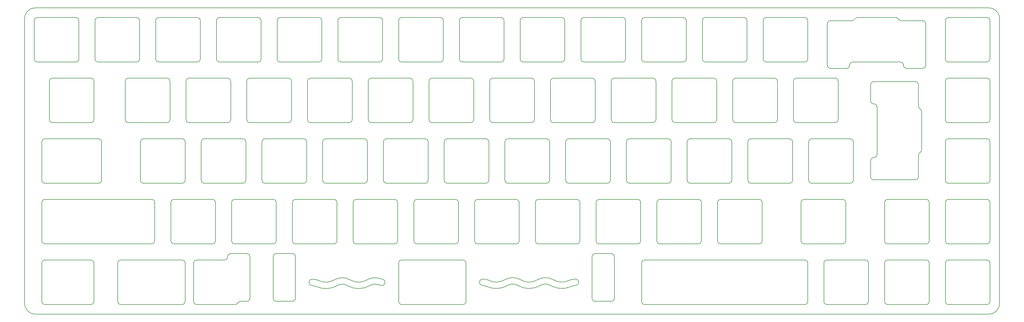
<source format=gm1>
G04 #@! TF.GenerationSoftware,KiCad,Pcbnew,(5.1.6)-1*
G04 #@! TF.CreationDate,2020-07-14T19:47:06+04:00*
G04 #@! TF.ProjectId,discipline-pcb,64697363-6970-46c6-996e-652d7063622e,rev?*
G04 #@! TF.SameCoordinates,Original*
G04 #@! TF.FileFunction,Profile,NP*
%FSLAX46Y46*%
G04 Gerber Fmt 4.6, Leading zero omitted, Abs format (unit mm)*
G04 Created by KiCad (PCBNEW (5.1.6)-1) date 2020-07-14 19:47:06*
%MOMM*%
%LPD*%
G01*
G04 APERTURE LIST*
G04 #@! TA.AperFunction,Profile*
%ADD10C,0.200000*%
G04 #@! TD*
G04 #@! TA.AperFunction,Profile*
%ADD11C,0.150000*%
G04 #@! TD*
G04 APERTURE END LIST*
D10*
X58721750Y-152472900D02*
X58721750Y-164472901D01*
X58721750Y-152472900D02*
G75*
G02*
X59721750Y-151472900I1000000J0D01*
G01*
X59721750Y-151472901D02*
X93153000Y-151472901D01*
X59721750Y-165472901D02*
X93153000Y-165472901D01*
X93153000Y-151472900D02*
G75*
G02*
X94153000Y-152472900I0J-1000000D01*
G01*
X94153000Y-152472900D02*
X94153000Y-164472901D01*
X94153000Y-164472901D02*
G75*
G02*
X93153000Y-165472901I-1000000J0D01*
G01*
X299225500Y-133422901D02*
G75*
G02*
X300225500Y-132422901I1000000J0D01*
G01*
X300225500Y-132422901D02*
X312225500Y-132422901D01*
X313225500Y-145422901D02*
G75*
G02*
X312225500Y-146422901I-1000000J0D01*
G01*
X312225500Y-132422901D02*
G75*
G02*
X313225500Y-133422901I0J-1000000D01*
G01*
X300225500Y-146422901D02*
X312225500Y-146422901D01*
X313225500Y-133422901D02*
X313225500Y-145422901D01*
X300225500Y-146422901D02*
G75*
G02*
X299225500Y-145422901I0J1000000D01*
G01*
X299225500Y-133422901D02*
X299225500Y-145422901D01*
X318657099Y-139333500D02*
X318657099Y-144333500D01*
X332657099Y-114457500D02*
G75*
G02*
X333657099Y-115457500I0J-1000000D01*
G01*
X332657099Y-145333500D02*
X319657099Y-145333500D01*
X318657099Y-115457500D02*
X318657099Y-120457500D01*
X319657099Y-145333500D02*
G75*
G02*
X318657099Y-144333500I0J1000000D01*
G01*
X334657100Y-135895500D02*
G75*
G02*
X334157100Y-136761525I-1000000J0D01*
G01*
X318657099Y-139333500D02*
G75*
G02*
X319657099Y-138333500I1000000J0D01*
G01*
X334157100Y-123029475D02*
G75*
G02*
X334657100Y-123895500I-500000J-866025D01*
G01*
X318657099Y-115457500D02*
G75*
G02*
X319657099Y-114457500I1000000J0D01*
G01*
X334657100Y-123895500D02*
X334657100Y-135895500D01*
X332657099Y-114457500D02*
X319657099Y-114457500D01*
X333657099Y-144333500D02*
G75*
G02*
X332657099Y-145333500I-1000000J0D01*
G01*
X319657099Y-121457500D02*
G75*
G02*
X318657099Y-120457500I0J1000000D01*
G01*
X319657099Y-121457499D02*
G75*
G02*
X320657100Y-122457500I0J-1000001D01*
G01*
X333657100Y-137627550D02*
G75*
G02*
X334157100Y-136761525I1000000J0D01*
G01*
X334157100Y-123029474D02*
G75*
G02*
X333657100Y-122163449I500000J866025D01*
G01*
X320657100Y-122457500D02*
X320657100Y-137333500D01*
X333657099Y-115457500D02*
X333657100Y-122163449D01*
X320657099Y-137333500D02*
G75*
G02*
X319657099Y-138333500I-1000000J0D01*
G01*
X333657099Y-144333500D02*
X333657100Y-137627550D01*
D11*
X56647558Y-91322900D02*
X355783441Y-91322900D01*
D10*
X131284250Y-182522901D02*
X131284250Y-169522901D01*
X132284250Y-183522901D02*
G75*
G02*
X131284250Y-182522901I0J1000000D01*
G01*
X137284250Y-168522901D02*
X132284250Y-168522901D01*
X137284250Y-183522901D02*
X132284250Y-183522901D01*
X138284250Y-182522901D02*
X138284250Y-169522901D01*
X138284250Y-182522901D02*
G75*
G02*
X137284250Y-183522901I-1000000J0D01*
G01*
X137284250Y-168522901D02*
G75*
G02*
X138284250Y-169522901I0J-1000000D01*
G01*
X131284250Y-169522901D02*
G75*
G02*
X132284250Y-168522901I1000000J0D01*
G01*
X237284250Y-168522901D02*
G75*
G02*
X238284250Y-169522901I0J-1000000D01*
G01*
X237284250Y-183522901D02*
X232284250Y-183522901D01*
X238284250Y-182522901D02*
X238284250Y-169522901D01*
X231284250Y-182522901D02*
X231284250Y-169522901D01*
X237284250Y-168522901D02*
X232284250Y-168522901D01*
X231284250Y-169522901D02*
G75*
G02*
X232284250Y-168522901I1000000J0D01*
G01*
X238284250Y-182522901D02*
G75*
G02*
X237284250Y-183522901I-1000000J0D01*
G01*
X232284250Y-183522901D02*
G75*
G02*
X231284250Y-182522901I0J1000000D01*
G01*
X171640500Y-184522901D02*
G75*
G02*
X170640500Y-183522901I0J1000000D01*
G01*
X170640500Y-171522901D02*
X170640500Y-183522901D01*
X191784250Y-183522901D02*
G75*
G02*
X190784250Y-184522901I-1000000J0D01*
G01*
X170640500Y-171522901D02*
G75*
G02*
X171640500Y-170522901I1000000J0D01*
G01*
X190784250Y-170522901D02*
G75*
G02*
X191784250Y-171522901I0J-1000000D01*
G01*
X191784250Y-171522901D02*
X191784250Y-183522901D01*
X161698107Y-178502520D02*
X161605141Y-178556818D01*
X143453074Y-178553845D02*
G75*
G02*
X145040341Y-178944527I-385301J-4985132D01*
G01*
X154451367Y-178502520D02*
X154544333Y-178556818D01*
X142530135Y-177556818D02*
X142530135Y-177556818D01*
X150323654Y-176829812D02*
X150416620Y-176775514D01*
X151332341Y-178556819D02*
G75*
G02*
X145040341Y-178944527I-3530404J6044523D01*
G01*
X160596454Y-176829812D02*
G75*
G02*
X155553020Y-176829812I-2521717J4317516D01*
G01*
X166390500Y-177522900D02*
X166390500Y-177522900D01*
X166390500Y-177522901D02*
G75*
G02*
X165266353Y-178515164I-1000000J1D01*
G01*
X142530135Y-177556818D02*
G75*
G02*
X143530135Y-176556818I1000000J0D01*
G01*
X155460054Y-176775514D02*
X155553020Y-176829812D01*
X203787769Y-176795894D02*
G75*
G02*
X199024080Y-176947557I-2521717J4317516D01*
G01*
X151332341Y-178556818D02*
X151425307Y-178502520D01*
X151425306Y-178502521D02*
G75*
G02*
X154451367Y-178502520I1513031J-2590509D01*
G01*
X160596454Y-176829812D02*
X160689420Y-176775514D01*
X224573526Y-178910490D02*
G75*
G02*
X226158790Y-178519893I1972767J-4594364D01*
G01*
X143530135Y-176556818D02*
X143766387Y-176556818D01*
X161698106Y-178502520D02*
G75*
G02*
X164214617Y-178265835I1513031J-2590510D01*
G01*
X165266353Y-178515165D02*
G75*
G02*
X164214617Y-178265835I620731J4961320D01*
G01*
X143766387Y-176556818D02*
G75*
G02*
X145559965Y-176981475I0J-4000000D01*
G01*
X160689420Y-176775514D02*
G75*
G02*
X164577976Y-176283482I2521717J-4317516D01*
G01*
X150416620Y-176775514D02*
G75*
G02*
X155460054Y-176775514I2521717J-4317516D01*
G01*
X196917189Y-178519927D02*
G75*
G02*
X198504456Y-178910609I-385302J-4985132D01*
G01*
X161605141Y-178556818D02*
G75*
G02*
X154544333Y-178556818I-3530404J6044522D01*
G01*
X196917190Y-178519927D02*
G75*
G02*
X195994250Y-177522901I77060J997026D01*
G01*
X195994250Y-177522901D02*
G75*
G02*
X196994250Y-176522901I1000000J0D01*
G01*
X165612160Y-176547776D02*
G75*
G02*
X166390500Y-177522901I-221660J-975124D01*
G01*
X165612158Y-176547777D02*
G75*
G02*
X164577976Y-176283482I4433173J19502487D01*
G01*
X150323654Y-176829812D02*
G75*
G02*
X145559965Y-176981475I-2521717J4317516D01*
G01*
X143453075Y-178553844D02*
G75*
G02*
X142530135Y-177556818I77060J997026D01*
G01*
X214153535Y-176741596D02*
G75*
G02*
X219196969Y-176741596I2521717J-4317516D01*
G01*
X208924169Y-176741596D02*
X209017135Y-176795894D01*
X224573526Y-178910489D02*
G75*
G02*
X218281248Y-178522900I-2761874J6432111D01*
G01*
X215162221Y-178468603D02*
G75*
G02*
X218188282Y-178468602I1513031J-2590509D01*
G01*
X215069256Y-178522900D02*
G75*
G02*
X208008448Y-178522900I-3530404J6044522D01*
G01*
X203880735Y-176741596D02*
G75*
G02*
X208924169Y-176741596I2521717J-4317516D01*
G01*
X204889421Y-178468603D02*
G75*
G02*
X207915482Y-178468602I1513031J-2590509D01*
G01*
X204796456Y-178522901D02*
G75*
G02*
X198504456Y-178910609I-3530404J6044523D01*
G01*
X204796456Y-178522901D02*
X204889422Y-178468602D01*
X227081290Y-177522901D02*
G75*
G02*
X226158790Y-178519893I-1000000J0D01*
G01*
X224053624Y-176947558D02*
G75*
G02*
X225847202Y-176522901I1793578J-3575343D01*
G01*
X224053624Y-176947557D02*
G75*
G02*
X219289935Y-176795894I-2241972J4469179D01*
G01*
X225847202Y-176522901D02*
X226081290Y-176522901D01*
X226081290Y-176522901D02*
G75*
G02*
X227081290Y-177522901I0J-1000000D01*
G01*
X195994250Y-177522901D02*
X195994250Y-177522901D01*
X196994250Y-176522901D02*
X197230502Y-176522901D01*
X227081290Y-177522901D02*
X227081290Y-177522901D01*
X219196969Y-176741596D02*
X219289935Y-176795894D01*
X214060569Y-176795894D02*
G75*
G02*
X209017135Y-176795894I-2521717J4317516D01*
G01*
X215162222Y-178468602D02*
X215069256Y-178522901D01*
X197230502Y-176522900D02*
G75*
G02*
X199024080Y-176947557I0J-4000001D01*
G01*
X214060569Y-176795894D02*
X214153535Y-176741596D01*
X207915482Y-178468602D02*
X208008448Y-178522901D01*
X218188282Y-178468602D02*
X218281248Y-178522901D01*
X203787769Y-176795894D02*
X203880735Y-176741596D01*
X171640500Y-170522901D02*
X190784250Y-170522901D01*
X171640500Y-184522901D02*
X190784250Y-184522901D01*
X58721750Y-171522901D02*
X58721750Y-183522901D01*
X58721750Y-171522901D02*
G75*
G02*
X59721750Y-170522901I1000000J0D01*
G01*
X75103000Y-171522901D02*
X75103000Y-183522901D01*
X75103000Y-183522901D02*
G75*
G02*
X74103000Y-184522901I-1000000J0D01*
G01*
X59721750Y-184522901D02*
G75*
G02*
X58721750Y-183522901I0J1000000D01*
G01*
X74103000Y-170522901D02*
G75*
G02*
X75103000Y-171522901I0J-1000000D01*
G01*
X59721750Y-184522901D02*
X74103000Y-184522901D01*
X59721750Y-170522901D02*
X74103000Y-170522901D01*
X82534250Y-171522901D02*
X82534250Y-183522901D01*
X83534250Y-184522901D02*
G75*
G02*
X82534250Y-183522901I0J1000000D01*
G01*
X82534250Y-171522901D02*
G75*
G02*
X83534250Y-170522901I1000000J0D01*
G01*
X103678000Y-171522901D02*
X103678000Y-183522901D01*
X102678000Y-170522901D02*
G75*
G02*
X103678000Y-171522901I0J-1000000D01*
G01*
X103678000Y-183522901D02*
G75*
G02*
X102678000Y-184522901I-1000000J0D01*
G01*
X83534250Y-170522901D02*
X102678000Y-170522901D01*
X83534250Y-184522901D02*
X102678000Y-184522901D01*
X107346750Y-184522901D02*
X119346750Y-184522901D01*
X106346750Y-171522901D02*
X106346750Y-183522901D01*
X122990500Y-168522901D02*
G75*
G02*
X123990500Y-169522901I0J-1000000D01*
G01*
X116990500Y-169522901D02*
G75*
G02*
X117990500Y-168522901I1000000J0D01*
G01*
X107346750Y-184522901D02*
G75*
G02*
X106346750Y-183522901I0J1000000D01*
G01*
X123990500Y-182522901D02*
G75*
G02*
X122990500Y-183522901I-1000000J0D01*
G01*
X123990500Y-182522901D02*
X123990500Y-169522901D01*
X120212775Y-184022901D02*
G75*
G02*
X119346750Y-184522901I-866025J500000D01*
G01*
X122990500Y-168522901D02*
X117990500Y-168522901D01*
X106346750Y-171522901D02*
G75*
G02*
X107346750Y-170522901I1000000J0D01*
G01*
X116990500Y-169522901D02*
G75*
G02*
X115990500Y-170522901I-1000000J0D01*
G01*
X116990499Y-169522901D02*
X116990499Y-169522901D01*
X107346750Y-170522901D02*
X115990500Y-170522901D01*
X122990500Y-183522901D02*
X121078800Y-183522901D01*
X120212775Y-184022901D02*
G75*
G02*
X121078800Y-183522901I866025J-500000D01*
G01*
X343090500Y-184522901D02*
X355090500Y-184522901D01*
X343090500Y-184522901D02*
G75*
G02*
X342090500Y-183522901I0J1000000D01*
G01*
X323040500Y-171522901D02*
G75*
G02*
X324040500Y-170522901I1000000J0D01*
G01*
X337040500Y-183522901D02*
G75*
G02*
X336040500Y-184522901I-1000000J0D01*
G01*
X356090500Y-183522901D02*
G75*
G02*
X355090500Y-184522901I-1000000J0D01*
G01*
X324040500Y-184522901D02*
G75*
G02*
X323040500Y-183522901I0J1000000D01*
G01*
X343090500Y-170522901D02*
X355090500Y-170522901D01*
X355090500Y-170522901D02*
G75*
G02*
X356090500Y-171522901I0J-1000000D01*
G01*
X336040500Y-170522901D02*
G75*
G02*
X337040500Y-171522901I0J-1000000D01*
G01*
X342090500Y-171522901D02*
X342090500Y-183522901D01*
X342090500Y-171522901D02*
G75*
G02*
X343090500Y-170522901I1000000J0D01*
G01*
X356090500Y-171522901D02*
X356090500Y-183522901D01*
X303990500Y-171522901D02*
G75*
G02*
X304990500Y-170522901I1000000J0D01*
G01*
X317990500Y-183522901D02*
G75*
G02*
X316990500Y-184522901I-1000000J0D01*
G01*
X324040500Y-170522901D02*
X336040500Y-170522901D01*
X323040500Y-171522901D02*
X323040500Y-183522901D01*
X303990500Y-171522901D02*
X303990500Y-183522901D01*
X324040500Y-184522901D02*
X336040500Y-184522901D01*
X304990500Y-184522901D02*
X316990500Y-184522901D01*
X316990500Y-170522901D02*
G75*
G02*
X317990500Y-171522901I0J-1000000D01*
G01*
X337040500Y-171522901D02*
X337040500Y-183522901D01*
X317990500Y-171522901D02*
X317990500Y-183522901D01*
X304990500Y-184522901D02*
G75*
G02*
X303990500Y-183522901I0J1000000D01*
G01*
X304990500Y-170522901D02*
X316990500Y-170522901D01*
X247840500Y-184522901D02*
X297940500Y-184522901D01*
X247840500Y-170522901D02*
X297940500Y-170522901D01*
X247840500Y-184522901D02*
G75*
G02*
X246840500Y-183522901I0J1000000D01*
G01*
X246840500Y-171522901D02*
X246840500Y-183522901D01*
X298940500Y-171522901D02*
X298940500Y-183522901D01*
X298940500Y-183522901D02*
G75*
G02*
X297940500Y-184522901I-1000000J0D01*
G01*
X246840500Y-171522901D02*
G75*
G02*
X247840500Y-170522901I1000000J0D01*
G01*
X297940500Y-170522901D02*
G75*
G02*
X298940500Y-171522901I0J-1000000D01*
G01*
X57340499Y-108322901D02*
G75*
G02*
X56340499Y-107322901I0J1000000D01*
G01*
X70340499Y-107322901D02*
G75*
G02*
X69340500Y-108322900I-999999J0D01*
G01*
X56340499Y-95322900D02*
G75*
G02*
X57340499Y-94322900I1000000J0D01*
G01*
X57340499Y-94322900D02*
X69340500Y-94322900D01*
X57340499Y-108322900D02*
X69340500Y-108322900D01*
X70340499Y-95322900D02*
X70340499Y-107322901D01*
X69340500Y-94322901D02*
G75*
G02*
X70340499Y-95322900I0J-999999D01*
G01*
X56340499Y-95322900D02*
X56340499Y-107322901D01*
X343090500Y-94322900D02*
X355090500Y-94322900D01*
X343090500Y-108322900D02*
X355090500Y-108322900D01*
X285940500Y-108322901D02*
G75*
G02*
X284940500Y-107322901I0J1000000D01*
G01*
X329953500Y-110322901D02*
X334953500Y-110322901D01*
X284940500Y-95322900D02*
G75*
G02*
X285940500Y-94322900I1000000J0D01*
G01*
X335953500Y-96322901D02*
X335953500Y-109322901D01*
X305077500Y-96322901D02*
G75*
G02*
X306077500Y-95322901I1000000J0D01*
G01*
X342090500Y-95322900D02*
X342090500Y-107322901D01*
X298940499Y-107322901D02*
G75*
G02*
X297940500Y-108322900I-999999J0D01*
G01*
X297940500Y-94322900D02*
G75*
G02*
X298940500Y-95322900I0J-1000000D01*
G01*
X356090500Y-95322900D02*
X356090500Y-107322901D01*
X314515500Y-94322900D02*
X326515500Y-94322900D01*
X306077500Y-110322901D02*
X311077500Y-110322901D01*
X355090500Y-94322900D02*
G75*
G02*
X356090500Y-95322900I0J-1000000D01*
G01*
X326515500Y-94322900D02*
G75*
G02*
X327381525Y-94822900I0J-1000000D01*
G01*
X334953500Y-95322901D02*
G75*
G02*
X335953500Y-96322901I0J-1000000D01*
G01*
X305077500Y-96322901D02*
X305077500Y-109322901D01*
X342090500Y-95322900D02*
G75*
G02*
X343090500Y-94322900I1000000J0D01*
G01*
X306077500Y-110322901D02*
G75*
G02*
X305077500Y-109322901I0J1000000D01*
G01*
X312077500Y-109322901D02*
G75*
G02*
X311077500Y-110322901I-1000000J0D01*
G01*
X313649475Y-94822900D02*
G75*
G02*
X314515500Y-94322900I866025J-500000D01*
G01*
X329953500Y-110322901D02*
G75*
G02*
X328953500Y-109322901I0J1000000D01*
G01*
X335953500Y-109322901D02*
G75*
G02*
X334953500Y-110322901I-1000000J0D01*
G01*
X221740500Y-94322900D02*
G75*
G02*
X222740500Y-95322900I0J-1000000D01*
G01*
X209740500Y-108322901D02*
G75*
G02*
X208740500Y-107322901I0J1000000D01*
G01*
X222740500Y-95322900D02*
X222740500Y-107322901D01*
X184640498Y-107322901D02*
G75*
G02*
X183640499Y-108322900I-999999J0D01*
G01*
X209740500Y-94322900D02*
X221740500Y-94322900D01*
X228790500Y-94322900D02*
X240790500Y-94322900D01*
X228790500Y-108322900D02*
X240790500Y-108322900D01*
X203690499Y-107322901D02*
G75*
G02*
X202690500Y-108322900I-999999J0D01*
G01*
X190690500Y-108322901D02*
G75*
G02*
X189690500Y-107322901I0J1000000D01*
G01*
X190690500Y-94322900D02*
X202690500Y-94322900D01*
X189690500Y-95322900D02*
G75*
G02*
X190690500Y-94322900I1000000J0D01*
G01*
X208740500Y-95322900D02*
X208740500Y-107322901D01*
X222740499Y-107322901D02*
G75*
G02*
X221740500Y-108322900I-999999J0D01*
G01*
X227790500Y-95322900D02*
X227790500Y-107322901D01*
X241790500Y-95322900D02*
X241790500Y-107322901D01*
X190690500Y-108322900D02*
X202690500Y-108322900D01*
X227790500Y-95322900D02*
G75*
G02*
X228790500Y-94322900I1000000J0D01*
G01*
X203690500Y-95322900D02*
X203690500Y-107322901D01*
X209740500Y-108322900D02*
X221740500Y-108322900D01*
X208740500Y-95322900D02*
G75*
G02*
X209740500Y-94322900I1000000J0D01*
G01*
X171640500Y-108322901D02*
G75*
G02*
X170640500Y-107322901I0J1000000D01*
G01*
X202690500Y-94322900D02*
G75*
G02*
X203690500Y-95322900I0J-1000000D01*
G01*
X189690500Y-95322900D02*
X189690500Y-107322901D01*
X356090499Y-107322901D02*
G75*
G02*
X355090500Y-108322900I-999999J0D01*
G01*
X343090500Y-108322901D02*
G75*
G02*
X342090500Y-107322901I0J1000000D01*
G01*
X171640500Y-94322900D02*
X183640499Y-94322900D01*
X171640500Y-108322900D02*
X183640499Y-108322900D01*
X133540500Y-108322900D02*
X145540500Y-108322900D01*
X133540500Y-108322901D02*
G75*
G02*
X132540500Y-107322901I0J1000000D01*
G01*
X146540499Y-107322901D02*
G75*
G02*
X145540500Y-108322900I-999999J0D01*
G01*
X164590500Y-94322900D02*
G75*
G02*
X165590500Y-95322900I0J-1000000D01*
G01*
X170640500Y-95322900D02*
X170640500Y-107322901D01*
X184640499Y-95322900D02*
X184640499Y-107322901D01*
X132540500Y-95322900D02*
X132540500Y-107322901D01*
X183640499Y-94322900D02*
G75*
G02*
X184640499Y-95322900I0J-1000000D01*
G01*
X127490499Y-107322901D02*
G75*
G02*
X126490500Y-108322900I-999999J0D01*
G01*
X146540500Y-95322900D02*
X146540500Y-107322901D01*
X165590500Y-95322900D02*
X165590500Y-107322901D01*
X133540500Y-94322900D02*
X145540500Y-94322900D01*
X145540500Y-94322900D02*
G75*
G02*
X146540500Y-95322900I0J-1000000D01*
G01*
X152590500Y-94322900D02*
X164590500Y-94322900D01*
X151590500Y-95322900D02*
G75*
G02*
X152590500Y-94322900I1000000J0D01*
G01*
X170640500Y-95322900D02*
G75*
G02*
X171640500Y-94322900I1000000J0D01*
G01*
X152590500Y-108322901D02*
G75*
G02*
X151590500Y-107322901I0J1000000D01*
G01*
X165590499Y-107322901D02*
G75*
G02*
X164590500Y-108322900I-999999J0D01*
G01*
X132540500Y-95322900D02*
G75*
G02*
X133540500Y-94322900I1000000J0D01*
G01*
X152590500Y-108322900D02*
X164590500Y-108322900D01*
X151590500Y-95322900D02*
X151590500Y-107322901D01*
X328953500Y-109322901D02*
X328953500Y-109322901D01*
X313077500Y-108322900D02*
X327953500Y-108322900D01*
X313649474Y-94822900D02*
G75*
G02*
X312783449Y-95322900I-866025J500000D01*
G01*
X328247550Y-95322900D02*
G75*
G02*
X327381525Y-94822900I0J1000000D01*
G01*
X312077499Y-109322901D02*
G75*
G02*
X313077500Y-108322900I1000001J0D01*
G01*
X327953500Y-108322901D02*
G75*
G02*
X328953500Y-109322901I0J-1000000D01*
G01*
X334953500Y-95322901D02*
X328247550Y-95322900D01*
X312077500Y-109322901D02*
X312077500Y-109322901D01*
X306077500Y-95322901D02*
X312783449Y-95322900D01*
X246840500Y-95322900D02*
X246840500Y-107322901D01*
X241790499Y-107322901D02*
G75*
G02*
X240790500Y-108322900I-999999J0D01*
G01*
X266890500Y-108322901D02*
G75*
G02*
X265890500Y-107322901I0J1000000D01*
G01*
X247840500Y-108322900D02*
X259840500Y-108322900D01*
X266890500Y-94322900D02*
X278890500Y-94322900D01*
X265890500Y-95322900D02*
X265890500Y-107322901D01*
X246840500Y-95322900D02*
G75*
G02*
X247840500Y-94322900I1000000J0D01*
G01*
X278890500Y-94322900D02*
G75*
G02*
X279890500Y-95322900I0J-1000000D01*
G01*
X247840500Y-94322900D02*
X259840500Y-94322900D01*
X240790500Y-94322900D02*
G75*
G02*
X241790500Y-95322900I0J-1000000D01*
G01*
X279890500Y-95322900D02*
X279890500Y-107322901D01*
X285940500Y-94322900D02*
X297940500Y-94322900D01*
X265890500Y-95322900D02*
G75*
G02*
X266890500Y-94322900I1000000J0D01*
G01*
X279890499Y-107322901D02*
G75*
G02*
X278890500Y-108322900I-999999J0D01*
G01*
X266890500Y-108322900D02*
X278890500Y-108322900D01*
X285940500Y-108322900D02*
X297940500Y-108322900D01*
X284940500Y-95322900D02*
X284940500Y-107322901D01*
X260840500Y-95322900D02*
X260840500Y-107322901D01*
X298940500Y-95322900D02*
X298940500Y-107322901D01*
X259840500Y-94322900D02*
G75*
G02*
X260840500Y-95322900I0J-1000000D01*
G01*
X228790500Y-108322901D02*
G75*
G02*
X227790500Y-107322901I0J1000000D01*
G01*
X247840500Y-108322901D02*
G75*
G02*
X246840500Y-107322901I0J1000000D01*
G01*
X260840499Y-107322901D02*
G75*
G02*
X259840500Y-108322900I-999999J0D01*
G01*
X108440500Y-95322900D02*
X108440500Y-107322901D01*
X95440500Y-108322901D02*
G75*
G02*
X94440500Y-107322901I0J1000000D01*
G01*
X108440499Y-107322901D02*
G75*
G02*
X107440500Y-108322900I-999999J0D01*
G01*
X76390500Y-108322900D02*
X88390500Y-108322900D01*
X95440500Y-94322900D02*
X107440500Y-94322900D01*
X95440500Y-108322900D02*
X107440500Y-108322900D01*
X94440500Y-95322900D02*
X94440500Y-107322901D01*
X114490499Y-94322900D02*
X126490500Y-94322900D01*
X114490499Y-108322900D02*
X126490500Y-108322900D01*
X113490500Y-95322900D02*
X113490500Y-107322901D01*
X107440500Y-94322900D02*
G75*
G02*
X108440500Y-95322900I0J-1000000D01*
G01*
X127490499Y-95322900D02*
X127490499Y-107322901D01*
X89390499Y-107322901D02*
G75*
G02*
X88390500Y-108322900I-999999J0D01*
G01*
X113490499Y-95322900D02*
G75*
G02*
X114490499Y-94322900I1000000J0D01*
G01*
X126490500Y-94322900D02*
G75*
G02*
X127490500Y-95322900I0J-1000000D01*
G01*
X114490499Y-108322901D02*
G75*
G02*
X113490499Y-107322901I0J1000000D01*
G01*
X76390500Y-94322900D02*
X88390500Y-94322900D01*
X94440500Y-95322900D02*
G75*
G02*
X95440500Y-94322900I1000000J0D01*
G01*
X75390500Y-95322900D02*
X75390500Y-107322901D01*
X89390500Y-95322900D02*
X89390500Y-107322901D01*
X75390500Y-95322900D02*
G75*
G02*
X76390500Y-94322900I1000000J0D01*
G01*
X88390500Y-94322900D02*
G75*
G02*
X89390500Y-95322900I0J-1000000D01*
G01*
X76390500Y-108322901D02*
G75*
G02*
X75390500Y-107322901I0J1000000D01*
G01*
X59721750Y-165472901D02*
G75*
G02*
X58721750Y-164472901I0J1000000D01*
G01*
X61102999Y-114372901D02*
X61102999Y-126372901D01*
X75103000Y-126372901D02*
G75*
G02*
X74103000Y-127372901I-1000000J0D01*
G01*
X61103000Y-114372901D02*
G75*
G02*
X62103000Y-113372901I1000000J0D01*
G01*
X62103000Y-113372901D02*
X74103000Y-113372901D01*
X75103000Y-114372901D02*
X75103000Y-126372901D01*
X62103000Y-127372901D02*
G75*
G02*
X61103000Y-126372901I0J1000000D01*
G01*
X62103000Y-127372901D02*
X74103000Y-127372901D01*
X74103000Y-113372901D02*
G75*
G02*
X75103000Y-114372901I0J-1000000D01*
G01*
X77484250Y-133422901D02*
X77484250Y-145422901D01*
X58721750Y-133422901D02*
G75*
G02*
X59721750Y-132422901I1000000J0D01*
G01*
X76484250Y-132422901D02*
G75*
G02*
X77484250Y-133422901I0J-1000000D01*
G01*
X77484250Y-145422901D02*
G75*
G02*
X76484250Y-146422901I-1000000J0D01*
G01*
X58721750Y-133422901D02*
X58721750Y-145422901D01*
X59721750Y-146422901D02*
G75*
G02*
X58721750Y-145422901I0J1000000D01*
G01*
X59721750Y-146422901D02*
X76484250Y-146422901D01*
X59721750Y-132422901D02*
X76484250Y-132422901D01*
X324040500Y-165472900D02*
X336040500Y-165472900D01*
X297846750Y-165472900D02*
X309846750Y-165472900D01*
X271653000Y-165472900D02*
X283653000Y-165472900D01*
X343090500Y-165472900D02*
X355090500Y-165472900D01*
X252603000Y-165472900D02*
X264603000Y-165472900D01*
X233553000Y-165472900D02*
X245553000Y-165472900D01*
X100203000Y-165472900D02*
X112203000Y-165472900D01*
X138303000Y-165472900D02*
X150302999Y-165472900D01*
X119253000Y-165472900D02*
X131253000Y-165472900D01*
X157353000Y-165472900D02*
X169353000Y-165472900D01*
X176403000Y-165472900D02*
X188403000Y-165472900D01*
X195453000Y-165472900D02*
X207453000Y-165472900D01*
X214503000Y-165472900D02*
X226503000Y-165472900D01*
X252603000Y-151472901D02*
X264603000Y-151472901D01*
X296846750Y-152472900D02*
G75*
G02*
X297846750Y-151472900I1000000J0D01*
G01*
X232553000Y-152472900D02*
X232553000Y-164472901D01*
X324040500Y-165472901D02*
G75*
G02*
X323040500Y-164472901I0J1000000D01*
G01*
X233553000Y-151472901D02*
X245553000Y-151472901D01*
X251603000Y-152472900D02*
X251603000Y-164472901D01*
X227503000Y-164472901D02*
G75*
G02*
X226503000Y-165472901I-1000000J0D01*
G01*
X270653000Y-152472900D02*
X270653000Y-164472901D01*
X310846750Y-164472901D02*
G75*
G02*
X309846750Y-165472901I-1000000J0D01*
G01*
X356090500Y-164472901D02*
G75*
G02*
X355090500Y-165472901I-1000000J0D01*
G01*
X283653000Y-151472900D02*
G75*
G02*
X284653000Y-152472900I0J-1000000D01*
G01*
X356090500Y-152472900D02*
X356090500Y-164472901D01*
X264603000Y-151472900D02*
G75*
G02*
X265603000Y-152472900I0J-1000000D01*
G01*
X232553000Y-152472900D02*
G75*
G02*
X233553000Y-151472900I1000000J0D01*
G01*
X296846750Y-152472900D02*
X296846750Y-164472901D01*
X245553000Y-151472900D02*
G75*
G02*
X246553000Y-152472900I0J-1000000D01*
G01*
X214503000Y-165472901D02*
G75*
G02*
X213503000Y-164472901I0J1000000D01*
G01*
X297846750Y-151472901D02*
X309846750Y-151472901D01*
X343090500Y-151472901D02*
X355090500Y-151472901D01*
X246553000Y-152472900D02*
X246553000Y-164472901D01*
X265603000Y-164472901D02*
G75*
G02*
X264603000Y-165472901I-1000000J0D01*
G01*
X342090500Y-152472900D02*
X342090500Y-164472901D01*
X284653000Y-164472901D02*
G75*
G02*
X283653000Y-165472901I-1000000J0D01*
G01*
X284653000Y-152472900D02*
X284653000Y-164472901D01*
X271653000Y-165472901D02*
G75*
G02*
X270653000Y-164472901I0J1000000D01*
G01*
X337040500Y-164472901D02*
G75*
G02*
X336040500Y-165472901I-1000000J0D01*
G01*
X233553000Y-165472901D02*
G75*
G02*
X232553000Y-164472901I0J1000000D01*
G01*
X246553000Y-164472901D02*
G75*
G02*
X245553000Y-165472901I-1000000J0D01*
G01*
X297846750Y-165472901D02*
G75*
G02*
X296846750Y-164472901I0J1000000D01*
G01*
X324040500Y-151472901D02*
X336040500Y-151472901D01*
X342090500Y-152472900D02*
G75*
G02*
X343090500Y-151472900I1000000J0D01*
G01*
X265603000Y-152472900D02*
X265603000Y-164472901D01*
X271653000Y-151472901D02*
X283653000Y-151472901D01*
X355090500Y-151472900D02*
G75*
G02*
X356090500Y-152472900I0J-1000000D01*
G01*
X343090500Y-165472901D02*
G75*
G02*
X342090500Y-164472901I0J1000000D01*
G01*
X252603000Y-165472901D02*
G75*
G02*
X251603000Y-164472901I0J1000000D01*
G01*
X336040500Y-151472900D02*
G75*
G02*
X337040500Y-152472900I0J-1000000D01*
G01*
X309846750Y-151472900D02*
G75*
G02*
X310846750Y-152472900I0J-1000000D01*
G01*
X270653000Y-152472900D02*
G75*
G02*
X271653000Y-151472900I1000000J0D01*
G01*
X323040500Y-152472900D02*
X323040500Y-164472901D01*
X251603000Y-152472900D02*
G75*
G02*
X252603000Y-151472900I1000000J0D01*
G01*
X337040500Y-152472900D02*
X337040500Y-164472901D01*
X323040500Y-152472900D02*
G75*
G02*
X324040500Y-151472900I1000000J0D01*
G01*
X310846750Y-152472900D02*
X310846750Y-164472901D01*
X99203000Y-152472900D02*
X99203000Y-164472901D01*
X113203000Y-152472900D02*
X113203000Y-164472901D01*
X99203000Y-152472900D02*
G75*
G02*
X100203000Y-151472900I1000000J0D01*
G01*
X112203000Y-151472900D02*
G75*
G02*
X113203000Y-152472900I0J-1000000D01*
G01*
X119253000Y-151472901D02*
X131253000Y-151472901D01*
X118253000Y-152472900D02*
X118253000Y-164472901D01*
X132253000Y-152472900D02*
X132253000Y-164472901D01*
X118253000Y-152472900D02*
G75*
G02*
X119253000Y-151472900I1000000J0D01*
G01*
X100203000Y-151472901D02*
X112203000Y-151472901D01*
X131253000Y-151472900D02*
G75*
G02*
X132253000Y-152472900I0J-1000000D01*
G01*
X119253000Y-165472901D02*
G75*
G02*
X118253000Y-164472901I0J1000000D01*
G01*
X138303000Y-151472901D02*
X150302999Y-151472901D01*
X151303000Y-152472900D02*
X151303000Y-164472901D01*
X137303000Y-152472900D02*
G75*
G02*
X138303000Y-151472900I1000000J0D01*
G01*
X138303000Y-165472901D02*
G75*
G02*
X137303000Y-164472901I0J1000000D01*
G01*
X151302999Y-164472901D02*
G75*
G02*
X150302999Y-165472901I-1000000J0D01*
G01*
X137303000Y-152472900D02*
X137303000Y-164472901D01*
X132253000Y-164472901D02*
G75*
G02*
X131253000Y-165472901I-1000000J0D01*
G01*
X100203000Y-165472901D02*
G75*
G02*
X99203000Y-164472901I0J1000000D01*
G01*
X113203000Y-164472901D02*
G75*
G02*
X112203000Y-165472901I-1000000J0D01*
G01*
X150302999Y-151472900D02*
G75*
G02*
X151302999Y-152472900I0J-1000000D01*
G01*
X157353000Y-151472901D02*
X169353000Y-151472901D01*
X175403000Y-152472900D02*
X175403000Y-164472901D01*
X208453000Y-152472900D02*
X208453000Y-164472901D01*
X170353000Y-164472901D02*
G75*
G02*
X169353000Y-165472901I-1000000J0D01*
G01*
X213503000Y-152472900D02*
G75*
G02*
X214503000Y-151472900I1000000J0D01*
G01*
X226503000Y-151472900D02*
G75*
G02*
X227503000Y-152472900I0J-1000000D01*
G01*
X195453000Y-165472901D02*
G75*
G02*
X194453000Y-164472901I0J1000000D01*
G01*
X189403000Y-152472900D02*
X189403000Y-164472901D01*
X227503000Y-152472900D02*
X227503000Y-164472901D01*
X170353000Y-152472900D02*
X170353000Y-164472901D01*
X175403000Y-152472900D02*
G75*
G02*
X176403000Y-151472900I1000000J0D01*
G01*
X176403000Y-165472901D02*
G75*
G02*
X175403000Y-164472901I0J1000000D01*
G01*
X195453000Y-151472901D02*
X207453000Y-151472901D01*
X194453000Y-152472900D02*
G75*
G02*
X195453000Y-151472900I1000000J0D01*
G01*
X156353000Y-152472900D02*
G75*
G02*
X157353000Y-151472900I1000000J0D01*
G01*
X176403000Y-151472901D02*
X188403000Y-151472901D01*
X189403000Y-164472901D02*
G75*
G02*
X188403000Y-165472901I-1000000J0D01*
G01*
X194453000Y-152472900D02*
X194453000Y-164472901D01*
X214503000Y-151472901D02*
X226503000Y-151472901D01*
X157353000Y-165472901D02*
G75*
G02*
X156353000Y-164472901I0J1000000D01*
G01*
X156353000Y-152472900D02*
X156353000Y-164472901D01*
X169353000Y-151472900D02*
G75*
G02*
X170353000Y-152472900I0J-1000000D01*
G01*
X207453000Y-151472900D02*
G75*
G02*
X208453000Y-152472900I0J-1000000D01*
G01*
X208453000Y-164472901D02*
G75*
G02*
X207453000Y-165472901I-1000000J0D01*
G01*
X213503000Y-152472900D02*
X213503000Y-164472901D01*
X188403000Y-151472900D02*
G75*
G02*
X189403000Y-152472900I0J-1000000D01*
G01*
X256365500Y-114372901D02*
X256365500Y-126372901D01*
X250315500Y-113372901D02*
G75*
G02*
X251315500Y-114372901I0J-1000000D01*
G01*
X256365500Y-114372901D02*
G75*
G02*
X257365500Y-113372901I1000000J0D01*
G01*
X269365500Y-113372901D02*
G75*
G02*
X270365500Y-114372901I0J-1000000D01*
G01*
X237315500Y-114372901D02*
X237315500Y-126372901D01*
X257365500Y-127372901D02*
G75*
G02*
X256365500Y-126372901I0J1000000D01*
G01*
X257365500Y-127372901D02*
X269365500Y-127372901D01*
X295465500Y-127372901D02*
X307465500Y-127372901D01*
X232265500Y-114372901D02*
X232265500Y-126372901D01*
X270365500Y-126372901D02*
G75*
G02*
X269365500Y-127372901I-1000000J0D01*
G01*
X307465500Y-113372901D02*
G75*
G02*
X308465500Y-114372901I0J-1000000D01*
G01*
X219265500Y-127372901D02*
G75*
G02*
X218265500Y-126372901I0J1000000D01*
G01*
X294465500Y-114372901D02*
X294465500Y-126372901D01*
X295465500Y-127372901D02*
G75*
G02*
X294465500Y-126372901I0J1000000D01*
G01*
X308465500Y-126372901D02*
G75*
G02*
X307465500Y-127372901I-1000000J0D01*
G01*
X295465500Y-113372901D02*
X307465500Y-113372901D01*
X251315500Y-114372901D02*
X251315500Y-126372901D01*
X294465500Y-114372901D02*
G75*
G02*
X295465500Y-113372901I1000000J0D01*
G01*
X275415500Y-114372901D02*
G75*
G02*
X276415500Y-113372901I1000000J0D01*
G01*
X238315500Y-127372901D02*
X250315500Y-127372901D01*
X251315500Y-126372901D02*
G75*
G02*
X250315500Y-127372901I-1000000J0D01*
G01*
X275415500Y-114372901D02*
X275415500Y-126372901D01*
X218265500Y-114372901D02*
G75*
G02*
X219265500Y-113372901I1000000J0D01*
G01*
X232265500Y-126372901D02*
G75*
G02*
X231265500Y-127372901I-1000000J0D01*
G01*
X238315500Y-113372901D02*
X250315500Y-113372901D01*
X276415500Y-127372901D02*
X288415500Y-127372901D01*
X289415500Y-114372901D02*
X289415500Y-126372901D01*
X257365500Y-113372901D02*
X269365500Y-113372901D01*
X288415500Y-113372901D02*
G75*
G02*
X289415500Y-114372901I0J-1000000D01*
G01*
X276415500Y-127372901D02*
G75*
G02*
X275415500Y-126372901I0J1000000D01*
G01*
X276415500Y-113372901D02*
X288415500Y-113372901D01*
X308465500Y-114372901D02*
X308465500Y-126372901D01*
X231265500Y-113372901D02*
G75*
G02*
X232265500Y-114372901I0J-1000000D01*
G01*
X289415500Y-126372901D02*
G75*
G02*
X288415500Y-127372901I-1000000J0D01*
G01*
X270365500Y-114372901D02*
X270365500Y-126372901D01*
X238315500Y-127372901D02*
G75*
G02*
X237315500Y-126372901I0J1000000D01*
G01*
X237315500Y-114372901D02*
G75*
G02*
X238315500Y-113372901I1000000J0D01*
G01*
X85915500Y-127372901D02*
X97915500Y-127372901D01*
X85915500Y-113372901D02*
X97915500Y-113372901D01*
X85915500Y-127372901D02*
G75*
G02*
X84915500Y-126372901I0J1000000D01*
G01*
X117965500Y-114372901D02*
X117965500Y-126372901D01*
X103965500Y-114372901D02*
G75*
G02*
X104965500Y-113372901I1000000J0D01*
G01*
X84915500Y-114372901D02*
G75*
G02*
X85915500Y-113372901I1000000J0D01*
G01*
X98915500Y-114372901D02*
X98915500Y-126372901D01*
X98915500Y-126372901D02*
G75*
G02*
X97915500Y-127372901I-1000000J0D01*
G01*
X84915500Y-114372901D02*
X84915500Y-126372901D01*
X97915500Y-113372901D02*
G75*
G02*
X98915500Y-114372901I0J-1000000D01*
G01*
X104965500Y-113372901D02*
X116965500Y-113372901D01*
X104965500Y-127372901D02*
X116965500Y-127372901D01*
X103965500Y-114372901D02*
X103965500Y-126372901D01*
X356090500Y-126372901D02*
G75*
G02*
X355090500Y-127372901I-1000000J0D01*
G01*
X343090500Y-127372901D02*
G75*
G02*
X342090500Y-126372901I0J1000000D01*
G01*
X90678000Y-146422901D02*
X102678000Y-146422901D01*
X342090500Y-114372901D02*
X342090500Y-126372901D01*
X102678000Y-132422901D02*
G75*
G02*
X103678000Y-133422901I0J-1000000D01*
G01*
X108728000Y-133422901D02*
X108728000Y-145422901D01*
X89678000Y-133422901D02*
X89678000Y-145422901D01*
X103678000Y-133422901D02*
X103678000Y-145422901D01*
X122728000Y-145422901D02*
G75*
G02*
X121728000Y-146422901I-1000000J0D01*
G01*
X90678000Y-132422901D02*
X102678000Y-132422901D01*
X89678000Y-133422901D02*
G75*
G02*
X90678000Y-132422901I1000000J0D01*
G01*
X128778000Y-146422901D02*
X140778000Y-146422901D01*
X355090500Y-113372901D02*
G75*
G02*
X356090500Y-114372901I0J-1000000D01*
G01*
X122728000Y-133422901D02*
X122728000Y-145422901D01*
X127778000Y-133422901D02*
G75*
G02*
X128778000Y-132422901I1000000J0D01*
G01*
X109728000Y-132422901D02*
X121728000Y-132422901D01*
X109728000Y-146422901D02*
G75*
G02*
X108728000Y-145422901I0J1000000D01*
G01*
X343090500Y-113372901D02*
X355090500Y-113372901D01*
X140778000Y-132422901D02*
G75*
G02*
X141778000Y-133422901I0J-1000000D01*
G01*
X141778000Y-145422901D02*
G75*
G02*
X140778000Y-146422901I-1000000J0D01*
G01*
X147828000Y-132422901D02*
X159828000Y-132422901D01*
X103678000Y-145422901D02*
G75*
G02*
X102678000Y-146422901I-1000000J0D01*
G01*
X343090500Y-127372901D02*
X355090500Y-127372901D01*
X146828000Y-133422901D02*
G75*
G02*
X147828000Y-132422901I1000000J0D01*
G01*
X128778000Y-146422901D02*
G75*
G02*
X127778000Y-145422901I0J1000000D01*
G01*
X342090500Y-114372901D02*
G75*
G02*
X343090500Y-113372901I1000000J0D01*
G01*
X147828000Y-146422901D02*
X159828000Y-146422901D01*
X109728000Y-146422901D02*
X121728000Y-146422901D01*
X90678000Y-146422901D02*
G75*
G02*
X89678000Y-145422901I0J1000000D01*
G01*
X121728000Y-132422901D02*
G75*
G02*
X122728000Y-133422901I0J-1000000D01*
G01*
X127778000Y-133422901D02*
X127778000Y-145422901D01*
X108728000Y-133422901D02*
G75*
G02*
X109728000Y-132422901I1000000J0D01*
G01*
X128778000Y-132422901D02*
X140778000Y-132422901D01*
X146828000Y-133422901D02*
X146828000Y-145422901D01*
X356090500Y-114372901D02*
X356090500Y-126372901D01*
X160828000Y-133422901D02*
X160828000Y-145422901D01*
X159828000Y-132422901D02*
G75*
G02*
X160828000Y-133422901I0J-1000000D01*
G01*
X141778000Y-133422901D02*
X141778000Y-145422901D01*
X147828000Y-146422901D02*
G75*
G02*
X146828000Y-145422901I0J1000000D01*
G01*
X160828000Y-145422901D02*
G75*
G02*
X159828000Y-146422901I-1000000J0D01*
G01*
X275128000Y-145422901D02*
G75*
G02*
X274128000Y-146422901I-1000000J0D01*
G01*
X280178000Y-133422901D02*
G75*
G02*
X281178000Y-132422901I1000000J0D01*
G01*
X343090500Y-146422901D02*
X355090500Y-146422901D01*
X355090500Y-132422901D02*
G75*
G02*
X356090500Y-133422901I0J-1000000D01*
G01*
X294178000Y-145422901D02*
G75*
G02*
X293178000Y-146422901I-1000000J0D01*
G01*
X281178000Y-146422901D02*
G75*
G02*
X280178000Y-145422901I0J1000000D01*
G01*
X356090500Y-145422901D02*
G75*
G02*
X355090500Y-146422901I-1000000J0D01*
G01*
X343090500Y-132422901D02*
X355090500Y-132422901D01*
X293178000Y-132422901D02*
G75*
G02*
X294178000Y-133422901I0J-1000000D01*
G01*
X262128000Y-146422901D02*
G75*
G02*
X261128000Y-145422901I0J1000000D01*
G01*
X342090500Y-133422901D02*
X342090500Y-145422901D01*
X294178000Y-133422901D02*
X294178000Y-145422901D01*
X343090500Y-146422901D02*
G75*
G02*
X342090500Y-145422901I0J1000000D01*
G01*
X342090500Y-133422901D02*
G75*
G02*
X343090500Y-132422901I1000000J0D01*
G01*
X281178000Y-132422901D02*
X293178000Y-132422901D01*
X280178000Y-133422901D02*
X280178000Y-145422901D01*
X281178000Y-146422901D02*
X293178000Y-146422901D01*
X356090500Y-133422901D02*
X356090500Y-145422901D01*
X137015500Y-114372901D02*
X137015500Y-126372901D01*
X213215500Y-114372901D02*
X213215500Y-126372901D01*
X123015500Y-114372901D02*
G75*
G02*
X124015500Y-113372901I1000000J0D01*
G01*
X181165500Y-113372901D02*
X193165500Y-113372901D01*
X162115500Y-113372901D02*
X174115500Y-113372901D01*
X124015500Y-127372901D02*
X136015500Y-127372901D01*
X174115500Y-113372901D02*
G75*
G02*
X175115500Y-114372901I0J-1000000D01*
G01*
X142065500Y-114372901D02*
G75*
G02*
X143065500Y-113372901I1000000J0D01*
G01*
X194165500Y-114372901D02*
X194165500Y-126372901D01*
X136015500Y-113372901D02*
G75*
G02*
X137015500Y-114372901I0J-1000000D01*
G01*
X193165500Y-113372901D02*
G75*
G02*
X194165500Y-114372901I0J-1000000D01*
G01*
X181165500Y-127372901D02*
X193165500Y-127372901D01*
X200215500Y-127372901D02*
G75*
G02*
X199215500Y-126372901I0J1000000D01*
G01*
X124015500Y-127372901D02*
G75*
G02*
X123015500Y-126372901I0J1000000D01*
G01*
X175115500Y-114372901D02*
X175115500Y-126372901D01*
X142065500Y-114372901D02*
X142065500Y-126372901D01*
X116965500Y-113372901D02*
G75*
G02*
X117965500Y-114372901I0J-1000000D01*
G01*
X143065500Y-113372901D02*
X155065500Y-113372901D01*
X194165500Y-126372901D02*
G75*
G02*
X193165500Y-127372901I-1000000J0D01*
G01*
X212215500Y-113372901D02*
G75*
G02*
X213215500Y-114372901I0J-1000000D01*
G01*
X162115500Y-127372901D02*
G75*
G02*
X161115500Y-126372901I0J1000000D01*
G01*
X143065500Y-127372901D02*
X155065500Y-127372901D01*
X155065500Y-113372901D02*
G75*
G02*
X156065500Y-114372901I0J-1000000D01*
G01*
X180165500Y-114372901D02*
X180165500Y-126372901D01*
X104965500Y-127372901D02*
G75*
G02*
X103965500Y-126372901I0J1000000D01*
G01*
X123015500Y-114372901D02*
X123015500Y-126372901D01*
X156065500Y-114372901D02*
X156065500Y-126372901D01*
X161115500Y-114372901D02*
X161115500Y-126372901D01*
X161115500Y-114372901D02*
G75*
G02*
X162115500Y-113372901I1000000J0D01*
G01*
X181165500Y-127372901D02*
G75*
G02*
X180165500Y-126372901I0J1000000D01*
G01*
X200215500Y-113372901D02*
X212215500Y-113372901D01*
X213215500Y-126372901D02*
G75*
G02*
X212215500Y-127372901I-1000000J0D01*
G01*
X200215500Y-127372901D02*
X212215500Y-127372901D01*
X124015500Y-113372901D02*
X136015500Y-113372901D01*
X162115500Y-127372901D02*
X174115500Y-127372901D01*
X199215500Y-114372901D02*
X199215500Y-126372901D01*
X219265500Y-113372901D02*
X231265500Y-113372901D01*
X117965500Y-126372901D02*
G75*
G02*
X116965500Y-127372901I-1000000J0D01*
G01*
X156065500Y-126372901D02*
G75*
G02*
X155065500Y-127372901I-1000000J0D01*
G01*
X199215500Y-114372901D02*
G75*
G02*
X200215500Y-113372901I1000000J0D01*
G01*
X143065500Y-127372901D02*
G75*
G02*
X142065500Y-126372901I0J1000000D01*
G01*
X219265500Y-127372901D02*
X231265500Y-127372901D01*
X137015500Y-126372901D02*
G75*
G02*
X136015500Y-127372901I-1000000J0D01*
G01*
X175115500Y-126372901D02*
G75*
G02*
X174115500Y-127372901I-1000000J0D01*
G01*
X180165500Y-114372901D02*
G75*
G02*
X181165500Y-113372901I1000000J0D01*
G01*
X218265500Y-114372901D02*
X218265500Y-126372901D01*
X217978000Y-145422901D02*
G75*
G02*
X216978000Y-146422901I-1000000J0D01*
G01*
X198928000Y-145422901D02*
G75*
G02*
X197928000Y-146422901I-1000000J0D01*
G01*
X184928000Y-133422901D02*
G75*
G02*
X185928000Y-132422901I1000000J0D01*
G01*
X165878000Y-133422901D02*
G75*
G02*
X166878000Y-132422901I1000000J0D01*
G01*
X204978000Y-146422901D02*
X216978000Y-146422901D01*
X185928000Y-146422901D02*
X197928000Y-146422901D01*
X237028000Y-133422901D02*
X237028000Y-145422901D01*
X256078000Y-133422901D02*
X256078000Y-145422901D01*
X261128000Y-133422901D02*
X261128000Y-145422901D01*
X261128000Y-133422901D02*
G75*
G02*
X262128000Y-132422901I1000000J0D01*
G01*
X197928000Y-132422901D02*
G75*
G02*
X198928000Y-133422901I0J-1000000D01*
G01*
X275128000Y-133422901D02*
X275128000Y-145422901D01*
X179878000Y-145422901D02*
G75*
G02*
X178878000Y-146422901I-1000000J0D01*
G01*
X224028000Y-146422901D02*
X236028000Y-146422901D01*
X165878000Y-133422901D02*
X165878000Y-145422901D01*
X243078000Y-146422901D02*
X255078000Y-146422901D01*
X262128000Y-132422901D02*
X274128000Y-132422901D01*
X217978000Y-133422901D02*
X217978000Y-145422901D01*
X243078000Y-132422901D02*
X255078000Y-132422901D01*
X184928000Y-133422901D02*
X184928000Y-145422901D01*
X185928000Y-146422901D02*
G75*
G02*
X184928000Y-145422901I0J1000000D01*
G01*
X166878000Y-132422901D02*
X178878000Y-132422901D01*
X203978000Y-133422901D02*
G75*
G02*
X204978000Y-132422901I1000000J0D01*
G01*
X185928000Y-132422901D02*
X197928000Y-132422901D01*
X223028000Y-133422901D02*
G75*
G02*
X224028000Y-132422901I1000000J0D01*
G01*
X166878000Y-146422901D02*
G75*
G02*
X165878000Y-145422901I0J1000000D01*
G01*
X179878000Y-133422901D02*
X179878000Y-145422901D01*
X203978000Y-133422901D02*
X203978000Y-145422901D01*
X242078000Y-133422901D02*
G75*
G02*
X243078000Y-132422901I1000000J0D01*
G01*
X262128000Y-146422901D02*
X274128000Y-146422901D01*
X256078000Y-145422901D02*
G75*
G02*
X255078000Y-146422901I-1000000J0D01*
G01*
X216978000Y-132422901D02*
G75*
G02*
X217978000Y-133422901I0J-1000000D01*
G01*
X204978000Y-146422901D02*
G75*
G02*
X203978000Y-145422901I0J1000000D01*
G01*
X178878000Y-132422901D02*
G75*
G02*
X179878000Y-133422901I0J-1000000D01*
G01*
X224028000Y-132422901D02*
X236028000Y-132422901D01*
X224028000Y-146422901D02*
G75*
G02*
X223028000Y-145422901I0J1000000D01*
G01*
X242078000Y-133422901D02*
X242078000Y-145422901D01*
X255078000Y-132422901D02*
G75*
G02*
X256078000Y-133422901I0J-1000000D01*
G01*
X243078000Y-146422901D02*
G75*
G02*
X242078000Y-145422901I0J1000000D01*
G01*
X274128000Y-132422901D02*
G75*
G02*
X275128000Y-133422901I0J-1000000D01*
G01*
X223028000Y-133422901D02*
X223028000Y-145422901D01*
X204978000Y-132422901D02*
X216978000Y-132422901D01*
X198928000Y-133422901D02*
X198928000Y-145422901D01*
X237028000Y-145422901D02*
G75*
G02*
X236028000Y-146422901I-1000000J0D01*
G01*
X166878000Y-146422901D02*
X178878000Y-146422901D01*
X236028000Y-132422901D02*
G75*
G02*
X237028000Y-133422901I0J-1000000D01*
G01*
D11*
X355783441Y-187522901D02*
X56650558Y-187522900D01*
X359090500Y-94629959D02*
X359090500Y-184215842D01*
X53340499Y-184218841D02*
X53340499Y-94629959D01*
X355783441Y-91322900D02*
G75*
G02*
X359090500Y-94629959I0J-3307059D01*
G01*
X359090500Y-184215842D02*
G75*
G02*
X355783441Y-187522901I-3307059J0D01*
G01*
X56650558Y-187522900D02*
G75*
G02*
X53340499Y-184218841I-3000J3307059D01*
G01*
X53340499Y-94629959D02*
G75*
G02*
X56647558Y-91322900I3307059J0D01*
G01*
M02*

</source>
